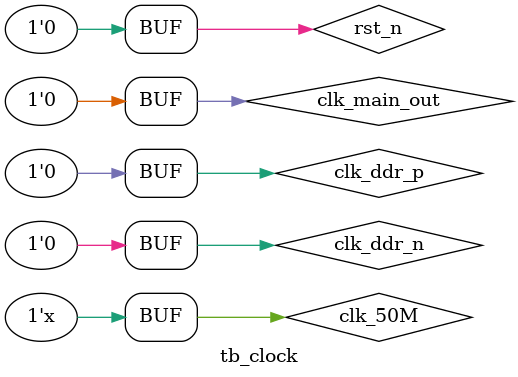
<source format=v>
`timescale 1ns / 1ps


module tb_clock;

	// Inputs
	reg clk_50M;
	reg rst_n;
	reg clk_main_out;
	reg clk_ddr_p;
	reg clk_ddr_n;

	// Outputs
	wire clk_main;
	wire clk_sdr_p;
	wire clk_sdr_n;
	wire rst_sys_n;
	wire clk_sys;
	wire clk_col;
	wire clk_rxg;
	wire clk_rxio;
	wire clk_txg;
	wire clk_txio;
	wire tx_strobe;

	// Instantiate the Unit Under Test (UUT)
	clocking uut (
		.clk_50M(clk_50M), 
		.rst_n(rst_n), 
		.clk_main(clk_main), 
		.clk_sdr_p(clk_sdr_p), 
		.clk_sdr_n(clk_sdr_n), 
		.clk_main_out(clk_main_out), 
		.clk_ddr_p(clk_ddr_p), 
		.clk_ddr_n(clk_ddr_n), 
		.rst_sys_n(rst_sys_n), 
		.clk_sys(clk_sys), 
		.clk_col(clk_col), 
		.clk_rxg(clk_rxg), 
		.clk_rxio(clk_rxio), 
		.clk_txg(clk_txg), 
		.clk_txio(clk_txio), 
		.tx_strobe(tx_strobe)
	);

	initial begin
		// Initialize Inputs
		clk_50M = 0;
		rst_n = 0;
		clk_main_out = 0;
		clk_ddr_p = 0;
		clk_ddr_n = 0;

		// Wait 100 ns for global reset to finish
		#100;
        
		// Add stimulus here
	end
	always #10 clk_50M=~clk_50M;
      
endmodule


</source>
